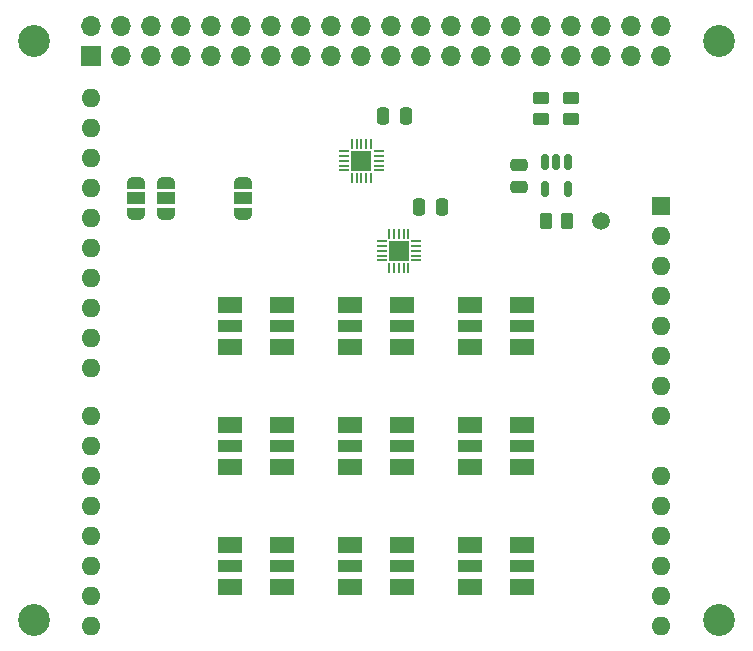
<source format=gbr>
%TF.GenerationSoftware,KiCad,Pcbnew,8.0.0*%
%TF.CreationDate,2024-04-26T11:05:52+02:00*%
%TF.ProjectId,mender-shield,6d656e64-6572-42d7-9368-69656c642e6b,rev?*%
%TF.SameCoordinates,Original*%
%TF.FileFunction,Soldermask,Top*%
%TF.FilePolarity,Negative*%
%FSLAX46Y46*%
G04 Gerber Fmt 4.6, Leading zero omitted, Abs format (unit mm)*
G04 Created by KiCad (PCBNEW 8.0.0) date 2024-04-26 11:05:52*
%MOMM*%
%LPD*%
G01*
G04 APERTURE LIST*
G04 Aperture macros list*
%AMRoundRect*
0 Rectangle with rounded corners*
0 $1 Rounding radius*
0 $2 $3 $4 $5 $6 $7 $8 $9 X,Y pos of 4 corners*
0 Add a 4 corners polygon primitive as box body*
4,1,4,$2,$3,$4,$5,$6,$7,$8,$9,$2,$3,0*
0 Add four circle primitives for the rounded corners*
1,1,$1+$1,$2,$3*
1,1,$1+$1,$4,$5*
1,1,$1+$1,$6,$7*
1,1,$1+$1,$8,$9*
0 Add four rect primitives between the rounded corners*
20,1,$1+$1,$2,$3,$4,$5,0*
20,1,$1+$1,$4,$5,$6,$7,0*
20,1,$1+$1,$6,$7,$8,$9,0*
20,1,$1+$1,$8,$9,$2,$3,0*%
%AMFreePoly0*
4,1,19,0.550000,-0.750000,0.000000,-0.750000,0.000000,-0.744911,-0.071157,-0.744911,-0.207708,-0.704816,-0.327430,-0.627875,-0.420627,-0.520320,-0.479746,-0.390866,-0.500000,-0.250000,-0.500000,0.250000,-0.479746,0.390866,-0.420627,0.520320,-0.327430,0.627875,-0.207708,0.704816,-0.071157,0.744911,0.000000,0.744911,0.000000,0.750000,0.550000,0.750000,0.550000,-0.750000,0.550000,-0.750000,
$1*%
%AMFreePoly1*
4,1,19,0.000000,0.744911,0.071157,0.744911,0.207708,0.704816,0.327430,0.627875,0.420627,0.520320,0.479746,0.390866,0.500000,0.250000,0.500000,-0.250000,0.479746,-0.390866,0.420627,-0.520320,0.327430,-0.627875,0.207708,-0.704816,0.071157,-0.744911,0.000000,-0.744911,0.000000,-0.750000,-0.550000,-0.750000,-0.550000,0.750000,0.000000,0.750000,0.000000,0.744911,0.000000,0.744911,
$1*%
G04 Aperture macros list end*
%ADD10RoundRect,0.250000X0.262500X0.450000X-0.262500X0.450000X-0.262500X-0.450000X0.262500X-0.450000X0*%
%ADD11RoundRect,0.250000X0.450000X-0.262500X0.450000X0.262500X-0.450000X0.262500X-0.450000X-0.262500X0*%
%ADD12RoundRect,0.250000X-0.250000X-0.475000X0.250000X-0.475000X0.250000X0.475000X-0.250000X0.475000X0*%
%ADD13R,2.000000X1.400000*%
%ADD14R,2.000000X1.000000*%
%ADD15RoundRect,0.050000X-0.050000X0.350000X-0.050000X-0.350000X0.050000X-0.350000X0.050000X0.350000X0*%
%ADD16RoundRect,0.050000X-0.350000X0.050000X-0.350000X-0.050000X0.350000X-0.050000X0.350000X0.050000X0*%
%ADD17R,1.700000X1.700000*%
%ADD18O,1.600000X1.600000*%
%ADD19R,1.600000X1.600000*%
%ADD20C,1.500000*%
%ADD21FreePoly0,270.000000*%
%ADD22R,1.500000X1.000000*%
%ADD23FreePoly1,270.000000*%
%ADD24RoundRect,0.250000X-0.475000X0.250000X-0.475000X-0.250000X0.475000X-0.250000X0.475000X0.250000X0*%
%ADD25RoundRect,0.150000X-0.150000X0.512500X-0.150000X-0.512500X0.150000X-0.512500X0.150000X0.512500X0*%
%ADD26C,2.700000*%
%ADD27O,1.700000X1.700000*%
G04 APERTURE END LIST*
D10*
%TO.C,R5*%
X141882500Y-85090000D03*
X140057500Y-85090000D03*
%TD*%
D11*
%TO.C,R4*%
X142240000Y-76477500D03*
X142240000Y-74652500D03*
%TD*%
%TO.C,R3*%
X139700000Y-76477500D03*
X139700000Y-74652500D03*
%TD*%
D12*
%TO.C,C1*%
X129352000Y-83947000D03*
X131252000Y-83947000D03*
%TD*%
%TO.C,C2*%
X126304000Y-76200000D03*
X128204000Y-76200000D03*
%TD*%
D13*
%TO.C,D9*%
X138090000Y-116100000D03*
D14*
X138090000Y-114300000D03*
D13*
X138090000Y-112500000D03*
X133690000Y-112500000D03*
D14*
X133690000Y-114300000D03*
D13*
X133690000Y-116100000D03*
%TD*%
%TO.C,D6*%
X127930000Y-116100000D03*
D14*
X127930000Y-114300000D03*
D13*
X127930000Y-112500000D03*
X123530000Y-112500000D03*
D14*
X123530000Y-114300000D03*
D13*
X123530000Y-116100000D03*
%TD*%
%TO.C,D3*%
X117770000Y-116100000D03*
D14*
X117770000Y-114300000D03*
D13*
X117770000Y-112500000D03*
X113370000Y-112500000D03*
D14*
X113370000Y-114300000D03*
D13*
X113370000Y-116100000D03*
%TD*%
%TO.C,D2*%
X117770000Y-105940000D03*
D14*
X117770000Y-104140000D03*
D13*
X117770000Y-102340000D03*
X113370000Y-102340000D03*
D14*
X113370000Y-104140000D03*
D13*
X113370000Y-105940000D03*
%TD*%
%TO.C,D1*%
X117770000Y-95780000D03*
D14*
X117770000Y-93980000D03*
D13*
X117770000Y-92180000D03*
X113370000Y-92180000D03*
D14*
X113370000Y-93980000D03*
D13*
X113370000Y-95780000D03*
%TD*%
%TO.C,D4*%
X127930000Y-95780000D03*
D14*
X127930000Y-93980000D03*
D13*
X127930000Y-92180000D03*
X123530000Y-92180000D03*
D14*
X123530000Y-93980000D03*
D13*
X123530000Y-95780000D03*
%TD*%
%TO.C,D7*%
X138090000Y-95780000D03*
D14*
X138090000Y-93980000D03*
D13*
X138090000Y-92180000D03*
X133690000Y-92180000D03*
D14*
X133690000Y-93980000D03*
D13*
X133690000Y-95780000D03*
%TD*%
%TO.C,D8*%
X138090000Y-105940000D03*
D14*
X138090000Y-104140000D03*
D13*
X138090000Y-102340000D03*
X133690000Y-102340000D03*
D14*
X133690000Y-104140000D03*
D13*
X133690000Y-105940000D03*
%TD*%
%TO.C,D5*%
X127930000Y-105940000D03*
D14*
X127930000Y-104140000D03*
D13*
X127930000Y-102340000D03*
X123530000Y-102340000D03*
D14*
X123530000Y-104140000D03*
D13*
X123530000Y-105940000D03*
%TD*%
D15*
%TO.C,U2*%
X125260000Y-78560000D03*
X124860000Y-78560000D03*
X124460000Y-78560000D03*
X124060000Y-78560000D03*
X123660000Y-78560000D03*
D16*
X123010000Y-79210000D03*
X123010000Y-79610000D03*
X123010000Y-80010000D03*
X123010000Y-80410000D03*
X123010000Y-80810000D03*
D15*
X123660000Y-81460000D03*
X124060000Y-81460000D03*
X124460000Y-81460000D03*
X124860000Y-81460000D03*
X125260000Y-81460000D03*
D16*
X125910000Y-80810000D03*
X125910000Y-80410000D03*
X125910000Y-80010000D03*
X125910000Y-79610000D03*
X125910000Y-79210000D03*
D17*
X124460000Y-80010000D03*
%TD*%
D18*
%TO.C,A1*%
X101600000Y-74680000D03*
X101600000Y-77220000D03*
X101600000Y-79760000D03*
X101600000Y-82300000D03*
X101600000Y-84840000D03*
X101600000Y-87380000D03*
X101600000Y-89920000D03*
X101600000Y-92460000D03*
X101600000Y-95000000D03*
X101600000Y-97540000D03*
X101600000Y-101600000D03*
X101600000Y-104140000D03*
X101600000Y-106680000D03*
X101600000Y-109220000D03*
X101600000Y-111760000D03*
X101600000Y-114300000D03*
X101600000Y-116840000D03*
X101600000Y-119380000D03*
X149860000Y-119380000D03*
X149860000Y-116840000D03*
X149860000Y-114300000D03*
X149860000Y-111760000D03*
X149860000Y-109220000D03*
X149860000Y-106680000D03*
X149860000Y-101600000D03*
X149860000Y-99060000D03*
X149860000Y-96520000D03*
X149860000Y-93980000D03*
X149860000Y-91440000D03*
X149860000Y-88900000D03*
X149860000Y-86360000D03*
D19*
X149860000Y-83820000D03*
%TD*%
D20*
%TO.C,TP1*%
X144780000Y-85090000D03*
%TD*%
D21*
%TO.C,JP3*%
X107950000Y-81885000D03*
D22*
X107950000Y-83185000D03*
D23*
X107950000Y-84485000D03*
%TD*%
D21*
%TO.C,JP2*%
X105410000Y-81885000D03*
D22*
X105410000Y-83185000D03*
D23*
X105410000Y-84485000D03*
%TD*%
D21*
%TO.C,JP1*%
X114427000Y-81885000D03*
D22*
X114427000Y-83185000D03*
D23*
X114427000Y-84485000D03*
%TD*%
D24*
%TO.C,C3*%
X137795000Y-80330000D03*
X137795000Y-82230000D03*
%TD*%
D15*
%TO.C,U1*%
X128435000Y-86180000D03*
X128035000Y-86180000D03*
X127635000Y-86180000D03*
X127235000Y-86180000D03*
X126835000Y-86180000D03*
D16*
X126185000Y-86830000D03*
X126185000Y-87230000D03*
X126185000Y-87630000D03*
X126185000Y-88030000D03*
X126185000Y-88430000D03*
D15*
X126835000Y-89080000D03*
X127235000Y-89080000D03*
X127635000Y-89080000D03*
X128035000Y-89080000D03*
X128435000Y-89080000D03*
D16*
X129085000Y-88430000D03*
X129085000Y-88030000D03*
X129085000Y-87630000D03*
X129085000Y-87230000D03*
X129085000Y-86830000D03*
D17*
X127635000Y-87630000D03*
%TD*%
D25*
%TO.C,U3*%
X141920000Y-80142500D03*
X140970000Y-80142500D03*
X140020000Y-80142500D03*
X140020000Y-82417500D03*
X141920000Y-82417500D03*
%TD*%
D26*
%TO.C,H4*%
X96730000Y-118850000D03*
%TD*%
%TO.C,H3*%
X154730000Y-118850000D03*
%TD*%
%TO.C,H2*%
X154730000Y-69850000D03*
%TD*%
%TO.C,H1*%
X96730000Y-69850000D03*
%TD*%
D17*
%TO.C,J1*%
X101600000Y-71120000D03*
D27*
X101600000Y-68580000D03*
X104140000Y-71120000D03*
X104140000Y-68580000D03*
X106680000Y-71120000D03*
X106680000Y-68580000D03*
X109220000Y-71120000D03*
X109220000Y-68580000D03*
X111760000Y-71120000D03*
X111760000Y-68580000D03*
X114300000Y-71120000D03*
X114300000Y-68580000D03*
X116840000Y-71120000D03*
X116840000Y-68580000D03*
X119380000Y-71120000D03*
X119380000Y-68580000D03*
X121920000Y-71120000D03*
X121920000Y-68580000D03*
X124460000Y-71120000D03*
X124460000Y-68580000D03*
X127000000Y-71120000D03*
X127000000Y-68580000D03*
X129540000Y-71120000D03*
X129540000Y-68580000D03*
X132080000Y-71120000D03*
X132080000Y-68580000D03*
X134620000Y-71120000D03*
X134620000Y-68580000D03*
X137160000Y-71120000D03*
X137160000Y-68580000D03*
X139700000Y-71120000D03*
X139700000Y-68580000D03*
X142240000Y-71120000D03*
X142240000Y-68580000D03*
X144780000Y-71120000D03*
X144780000Y-68580000D03*
X147320000Y-71120000D03*
X147320000Y-68580000D03*
X149860000Y-71120000D03*
X149860000Y-68580000D03*
%TD*%
M02*

</source>
